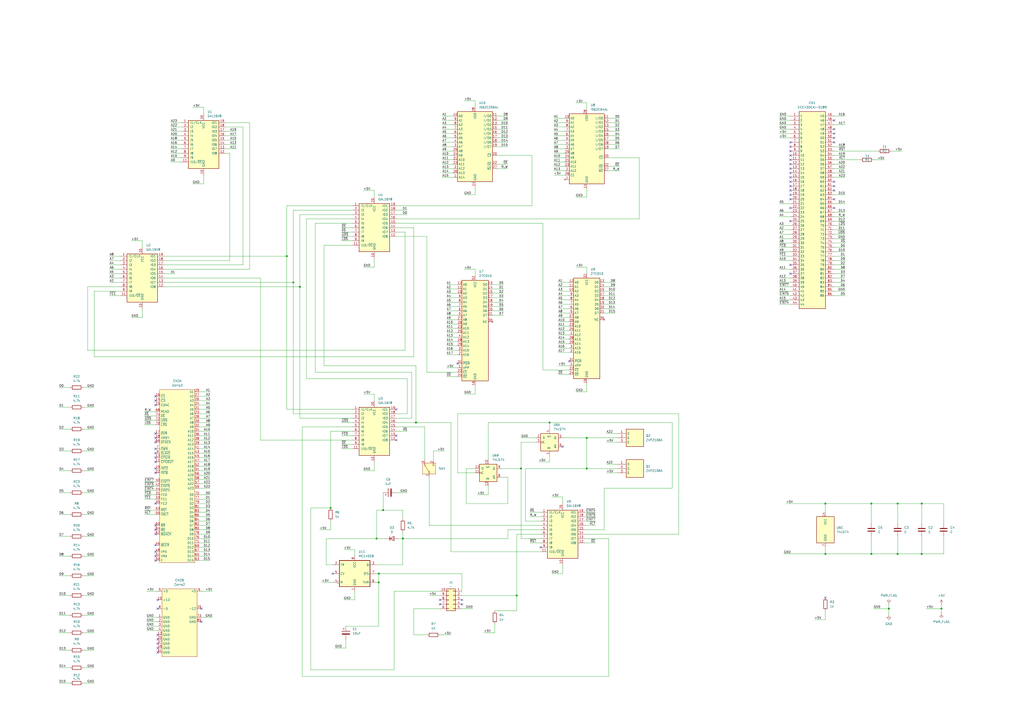
<source format=kicad_sch>
(kicad_sch (version 20231120) (generator "eeschema") (generator_version "8.0")
  (paper "A2")
  (title_block (title "Action Replay III remake") (date "2024-07-11") (comment 1 "By na103"))
  (junction (at 515.62 353.06))
  (junction (at 520.7 321.31))
  (junction (at 218.44 312.42))
  (junction (at 219.71 332.74))
  (junction (at 222.25 295.91))
  (junction (at 233.68 312.42))
  (junction (at 318.77 245.11))
  (junction (at 302.26 271.78))
  (junction (at 478.79 292.1))
  (junction (at 241.3 245.11))
  (junction (at 534.67 321.31))
  (junction (at 170.18 163.83))
  (junction (at 546.1 353.06))
  (junction (at 505.46 321.31))
  (junction (at 505.46 292.1))
  (junction (at 173.99 166.37))
  (junction (at 534.67 292.1))
  (junction (at 478.79 321.31))
  (junction (at 219.71 337.82))
  (junction (at 299.72 345.44))
  (junction (at 520.7 292.1))
  (junction (at 340.36 254))
  (junction (at 191.77 294.64))
  (junction (at 340.36 271.78))
  (junction (at 166.37 148.59))
  (no_connect (at 483.87 82.55))
  (no_connect (at 255.27 347.98))
  (no_connect (at 483.87 77.47))
  (no_connect (at 483.87 110.49))
  (no_connect (at 90.17 320.04))
  (no_connect (at 229.87 252.73))
  (no_connect (at 458.47 107.95))
  (no_connect (at 91.44 368.3))
  (no_connect (at 458.47 128.27))
  (no_connect (at 90.17 322.58))
  (no_connect (at 90.17 229.87))
  (no_connect (at 90.17 234.95))
  (no_connect (at 91.44 378.46))
  (no_connect (at 91.44 370.84))
  (no_connect (at 458.47 100.33))
  (no_connect (at 229.87 237.49))
  (no_connect (at 458.47 87.63))
  (no_connect (at 313.69 317.5))
  (no_connect (at 483.87 115.57))
  (no_connect (at 458.47 113.03))
  (no_connect (at 458.47 120.65))
  (no_connect (at 91.44 347.98))
  (no_connect (at 458.47 97.79))
  (no_connect (at 90.17 304.8))
  (no_connect (at 90.17 256.54))
  (no_connect (at 458.47 82.55))
  (no_connect (at 90.17 254))
  (no_connect (at 255.27 350.52))
  (no_connect (at 193.04 332.74))
  (no_connect (at 90.17 316.23))
  (no_connect (at 90.17 267.97))
  (no_connect (at 90.17 274.32))
  (no_connect (at 458.47 102.87))
  (no_connect (at 90.17 307.34))
  (no_connect (at 458.47 158.75))
  (no_connect (at 91.44 373.38))
  (no_connect (at 483.87 105.41))
  (no_connect (at 483.87 74.93))
  (no_connect (at 90.17 325.12))
  (no_connect (at 326.39 259.08))
  (no_connect (at 458.47 153.67))
  (no_connect (at 90.17 265.43))
  (no_connect (at 458.47 90.17))
  (no_connect (at 478.79 346.71))
  (no_connect (at 91.44 375.92))
  (no_connect (at 458.47 95.25))
  (no_connect (at 483.87 69.85))
  (no_connect (at 229.87 255.27))
  (no_connect (at 267.97 350.52))
  (no_connect (at 267.97 347.98))
  (no_connect (at 116.84 353.06))
  (no_connect (at 90.17 260.35))
  (no_connect (at 483.87 80.01))
  (no_connect (at 90.17 309.88))
  (no_connect (at 265.43 210.82))
  (no_connect (at 483.87 107.95))
  (no_connect (at 90.17 262.89))
  (no_connect (at 483.87 120.65))
  (no_connect (at 90.17 232.41))
  (no_connect (at 116.84 360.68))
  (no_connect (at 90.17 251.46))
  (no_connect (at 330.2 209.55))
  (no_connect (at 90.17 292.1))
  (no_connect (at 458.47 85.09))
  (no_connect (at 458.47 110.49))
  (no_connect (at 91.44 353.06))
  (no_connect (at 458.47 92.71))
  (no_connect (at 458.47 105.41))
  (no_connect (at 458.47 115.57))
  (no_connect (at 90.17 271.78))
  (wire (pts (xy 308.61 90.17) (xy 288.29 90.17)))
  (wire (pts (xy 198.12 257.81) (xy 204.47 257.81)))
  (wire (pts (xy 240.03 368.3) (xy 240.03 353.06)))
  (wire (pts (xy 452.12 163.83) (xy 458.47 163.83)))
  (wire (pts (xy 198.12 134.62) (xy 204.47 134.62)))
  (wire (pts (xy 133.35 151.13) (xy 133.35 88.9)))
  (wire (pts (xy 218.44 312.42) (xy 223.52 312.42)))
  (wire (pts (xy 34.29 273.05) (xy 40.64 273.05)))
  (wire (pts (xy 534.67 311.15) (xy 534.67 321.31)))
  (wire (pts (xy 121.92 234.95) (xy 115.57 234.95)))
  (wire (pts (xy 452.12 146.05) (xy 458.47 146.05)))
  (wire (pts (xy 452.12 140.97) (xy 458.47 140.97)))
  (wire (pts (xy 95.25 153.67) (xy 140.97 153.67)))
  (wire (pts (xy 83.82 289.56) (xy 90.17 289.56)))
  (wire (pts (xy 321.31 81.28) (xy 327.66 81.28)))
  (wire (pts (xy 259.08 165.1) (xy 265.43 165.1)))
  (wire (pts (xy 350.52 307.34) (xy 350.52 283.21)))
  (wire (pts (xy 326.39 288.29) (xy 326.39 292.1)))
  (wire (pts (xy 83.82 295.91) (xy 90.17 295.91)))
  (wire (pts (xy 99.06 83.82) (xy 105.41 83.82)))
  (wire (pts (xy 294.64 307.34) (xy 294.64 312.42)))
  (wire (pts (xy 83.82 284.48) (xy 90.17 284.48)))
  (wire (pts (xy 294.64 85.09) (xy 288.29 85.09)))
  (wire (pts (xy 217.17 267.97) (xy 217.17 273.05)))
  (wire (pts (xy 478.79 321.31) (xy 505.46 321.31)))
  (wire (pts (xy 345.44 314.96) (xy 339.09 314.96)))
  (wire (pts (xy 111.76 106.68) (xy 118.11 106.68)))
  (wire (pts (xy 490.22 140.97) (xy 483.87 140.97)))
  (wire (pts (xy 259.08 185.42) (xy 265.43 185.42)))
  (wire (pts (xy 95.25 151.13) (xy 133.35 151.13)))
  (wire (pts (xy 520.7 292.1) (xy 520.7 303.53)))
  (wire (pts (xy 513.08 92.71) (xy 506.73 92.71)))
  (wire (pts (xy 259.08 187.96) (xy 265.43 187.96)))
  (wire (pts (xy 265.43 274.32) (xy 275.59 274.32)))
  (wire (pts (xy 121.92 307.34) (xy 115.57 307.34)))
  (wire (pts (xy 85.09 358.14) (xy 91.44 358.14)))
  (wire (pts (xy 294.64 77.47) (xy 288.29 77.47)))
  (wire (pts (xy 121.92 273.05) (xy 115.57 273.05)))
  (wire (pts (xy 83.82 287.02) (xy 90.17 287.02)))
  (wire (pts (xy 173.99 166.37) (xy 173.99 242.57)))
  (wire (pts (xy 85.09 360.68) (xy 91.44 360.68)))
  (wire (pts (xy 323.85 163.83) (xy 330.2 163.83)))
  (wire (pts (xy 534.67 292.1) (xy 534.67 303.53)))
  (wire (pts (xy 318.77 245.11) (xy 318.77 248.92)))
  (wire (pts (xy 121.92 302.26) (xy 115.57 302.26)))
  (wire (pts (xy 121.92 317.5) (xy 115.57 317.5)))
  (wire (pts (xy 454.66 321.31) (xy 478.79 321.31)))
  (wire (pts (xy 292.1 170.18) (xy 285.75 170.18)))
  (wire (pts (xy 546.1 350.52) (xy 546.1 353.06)))
  (wire (pts (xy 452.12 176.53) (xy 458.47 176.53)))
  (wire (pts (xy 198.12 137.16) (xy 204.47 137.16)))
  (wire (pts (xy 121.92 260.35) (xy 115.57 260.35)))
  (wire (pts (xy 236.22 250.19) (xy 229.87 250.19)))
  (wire (pts (xy 99.06 76.2) (xy 105.41 76.2)))
  (wire (pts (xy 85.09 342.9) (xy 91.44 342.9)))
  (wire (pts (xy 314.96 214.63) (xy 314.96 129.54)))
  (wire (pts (xy 370.84 127) (xy 370.84 91.44)))
  (wire (pts (xy 247.65 368.3) (xy 240.03 368.3)))
  (wire (pts (xy 490.22 118.11) (xy 483.87 118.11)))
  (wire (pts (xy 350.52 283.21) (xy 389.89 283.21)))
  (wire (pts (xy 294.64 67.31) (xy 288.29 67.31)))
  (wire (pts (xy 210.82 228.6) (xy 217.17 228.6)))
  (wire (pts (xy 101.6 158.75) (xy 95.25 158.75)))
  (wire (pts (xy 229.87 132.08) (xy 240.03 132.08)))
  (wire (pts (xy 259.08 200.66) (xy 265.43 200.66)))
  (wire (pts (xy 256.54 85.09) (xy 262.89 85.09)))
  (wire (pts (xy 259.08 177.8) (xy 265.43 177.8)))
  (wire (pts (xy 259.08 170.18) (xy 265.43 170.18)))
  (wire (pts (xy 345.44 297.18) (xy 339.09 297.18)))
  (wire (pts (xy 490.22 146.05) (xy 483.87 146.05)))
  (wire (pts (xy 121.92 247.65) (xy 115.57 247.65)))
  (wire (pts (xy 50.8 203.2) (xy 50.8 166.37)))
  (wire (pts (xy 121.92 229.87) (xy 115.57 229.87)))
  (wire (pts (xy 95.25 161.29) (xy 151.13 161.29)))
  (wire (pts (xy 261.62 245.11) (xy 241.3 245.11)))
  (wire (pts (xy 205.74 318.77) (xy 205.74 322.58)))
  (wire (pts (xy 452.12 77.47) (xy 458.47 77.47)))
  (wire (pts (xy 256.54 82.55) (xy 262.89 82.55)))
  (wire (pts (xy 121.92 265.43) (xy 115.57 265.43)))
  (wire (pts (xy 313.69 312.42) (xy 302.26 312.42)))
  (wire (pts (xy 210.82 154.94) (xy 217.17 154.94)))
  (wire (pts (xy 63.5 161.29) (xy 69.85 161.29)))
  (wire (pts (xy 490.22 133.35) (xy 483.87 133.35)))
  (wire (pts (xy 292.1 165.1) (xy 285.75 165.1)))
  (wire (pts (xy 259.08 218.44) (xy 265.43 218.44)))
  (wire (pts (xy 236.22 124.46) (xy 229.87 124.46)))
  (wire (pts (xy 256.54 102.87) (xy 262.89 102.87)))
  (wire (pts (xy 356.87 181.61) (xy 350.52 181.61)))
  (wire (pts (xy 259.08 213.36) (xy 265.43 213.36)))
  (wire (pts (xy 294.64 95.25) (xy 288.29 95.25)))
  (wire (pts (xy 490.22 128.27) (xy 483.87 128.27)))
  (wire (pts (xy 261.62 368.3) (xy 255.27 368.3)))
  (wire (pts (xy 241.3 212.09) (xy 187.96 212.09)))
  (wire (pts (xy 452.12 148.59) (xy 458.47 148.59)))
  (wire (pts (xy 137.16 83.82) (xy 130.81 83.82)))
  (wire (pts (xy 34.29 298.45) (xy 40.64 298.45)))
  (wire (pts (xy 177.8 219.71) (xy 236.22 219.71)))
  (wire (pts (xy 452.12 72.39) (xy 458.47 72.39)))
  (wire (pts (xy 187.96 212.09) (xy 187.96 142.24)))
  (wire (pts (xy 99.06 81.28) (xy 105.41 81.28)))
  (wire (pts (xy 452.12 143.51) (xy 458.47 143.51)))
  (wire (pts (xy 248.92 276.86) (xy 248.92 304.8)))
  (wire (pts (xy 478.79 292.1) (xy 478.79 297.18)))
  (wire (pts (xy 452.12 133.35) (xy 458.47 133.35)))
  (wire (pts (xy 490.22 138.43) (xy 483.87 138.43)))
  (wire (pts (xy 256.54 100.33) (xy 262.89 100.33)))
  (wire (pts (xy 256.54 87.63) (xy 262.89 87.63)))
  (wire (pts (xy 256.54 69.85) (xy 262.89 69.85)))
  (wire (pts (xy 308.61 119.38) (xy 308.61 90.17)))
  (wire (pts (xy 121.92 245.11) (xy 115.57 245.11)))
  (wire (pts (xy 393.7 309.88) (xy 393.7 240.03)))
  (wire (pts (xy 353.06 392.43) (xy 175.26 392.43)))
  (wire (pts (xy 54.61 367.03) (xy 48.26 367.03)))
  (wire (pts (xy 217.17 110.49) (xy 217.17 114.3)))
  (wire (pts (xy 515.62 353.06) (xy 515.62 356.87)))
  (wire (pts (xy 267.97 353.06) (xy 274.32 353.06)))
  (wire (pts (xy 299.72 309.88) (xy 299.72 345.44)))
  (wire (pts (xy 302.26 256.54) (xy 311.15 256.54)))
  (wire (pts (xy 292.1 177.8) (xy 285.75 177.8)))
  (wire (pts (xy 490.22 171.45) (xy 483.87 171.45)))
  (wire (pts (xy 505.46 321.31) (xy 505.46 311.15)))
  (wire (pts (xy 222.25 285.75) (xy 222.25 295.91)))
  (wire (pts (xy 95.25 166.37) (xy 173.99 166.37)))
  (wire (pts (xy 292.1 180.34) (xy 285.75 180.34)))
  (wire (pts (xy 323.85 173.99) (xy 330.2 173.99)))
  (wire (pts (xy 236.22 285.75) (xy 229.87 285.75)))
  (wire (pts (xy 99.06 91.44) (xy 105.41 91.44)))
  (wire (pts (xy 54.61 248.92) (xy 48.26 248.92)))
  (wire (pts (xy 483.87 87.63) (xy 509.27 87.63)))
  (wire (pts (xy 210.82 110.49) (xy 217.17 110.49)))
  (wire (pts (xy 200.66 363.22) (xy 219.71 363.22)))
  (wire (pts (xy 546.1 353.06) (xy 546.1 355.6)))
  (wire (pts (xy 240.03 132.08) (xy 240.03 207.01)))
  (wire (pts (xy 233.68 308.61) (xy 233.68 312.42)))
  (wire (pts (xy 240.03 353.06) (xy 255.27 353.06)))
  (wire (pts (xy 351.79 269.24) (xy 358.14 269.24)))
  (wire (pts (xy 63.5 153.67) (xy 69.85 153.67)))
  (wire (pts (xy 389.89 245.11) (xy 318.77 245.11)))
  (wire (pts (xy 198.12 252.73) (xy 204.47 252.73)))
  (wire (pts (xy 452.12 80.01) (xy 458.47 80.01)))
  (wire (pts (xy 287.02 361.95) (xy 287.02 367.03)))
  (wire (pts (xy 321.31 93.98) (xy 327.66 93.98)))
  (wire (pts (xy 340.36 222.25) (xy 340.36 227.33)))
  (wire (pts (xy 321.31 96.52) (xy 327.66 96.52)))
  (wire (pts (xy 356.87 163.83) (xy 350.52 163.83)))
  (wire (pts (xy 85.09 365.76) (xy 91.44 365.76)))
  (wire (pts (xy 118.11 62.23) (xy 118.11 66.04)))
  (wire (pts (xy 218.44 327.66) (xy 233.68 327.66)))
  (wire (pts (xy 229.87 137.16) (xy 247.65 137.16)))
  (wire (pts (xy 210.82 273.05) (xy 217.17 273.05)))
  (wire (pts (xy 321.31 91.44) (xy 327.66 91.44)))
  (wire (pts (xy 323.85 191.77) (xy 330.2 191.77)))
  (wire (pts (xy 323.85 217.17) (xy 330.2 217.17)))
  (wire (pts (xy 302.26 312.42) (xy 302.26 271.78)))
  (wire (pts (xy 121.92 320.04) (xy 115.57 320.04)))
  (wire (pts (xy 54.61 273.05) (xy 48.26 273.05)))
  (wire (pts (xy 259.08 167.64) (xy 265.43 167.64)))
  (wire (pts (xy 490.22 102.87) (xy 483.87 102.87)))
  (wire (pts (xy 259.08 193.04) (xy 265.43 193.04)))
  (wire (pts (xy 182.88 215.9) (xy 238.76 215.9)))
  (wire (pts (xy 505.46 321.31) (xy 520.7 321.31)))
  (wire (pts (xy 238.76 242.57) (xy 229.87 242.57)))
  (wire (pts (xy 267.97 345.44) (xy 299.72 345.44)))
  (wire (pts (xy 339.09 307.34) (xy 350.52 307.34)))
  (wire (pts (xy 180.34 294.64) (xy 191.77 294.64)))
  (wire (pts (xy 452.12 69.85) (xy 458.47 69.85)))
  (wire (pts (xy 191.77 250.19) (xy 191.77 294.64)))
  (wire (pts (xy 259.08 172.72) (xy 265.43 172.72)))
  (wire (pts (xy 95.25 156.21) (xy 144.78 156.21)))
  (wire (pts (xy 290.83 276.86) (xy 294.64 276.86)))
  (wire (pts (xy 270.51 271.78) (xy 275.59 271.78)))
  (wire (pts (xy 275.59 107.95) (xy 275.59 113.03)))
  (wire (pts (xy 323.85 179.07) (xy 330.2 179.07)))
  (wire (pts (xy 275.59 58.42) (xy 275.59 62.23)))
  (wire (pts (xy 452.12 156.21) (xy 458.47 156.21)))
  (wire (pts (xy 218.44 312.42) (xy 189.23 312.42)))
  (wire (pts (xy 345.44 302.26) (xy 339.09 302.26)))
  (wire (pts (xy 490.22 100.33) (xy 483.87 100.33)))
  (wire (pts (xy 54.61 168.91) (xy 69.85 168.91)))
  (wire (pts (xy 534.67 321.31) (xy 520.7 321.31)))
  (wire (pts (xy 323.85 181.61) (xy 330.2 181.61)))
  (wire (pts (xy 151.13 255.27) (xy 204.47 255.27)))
  (wire (pts (xy 121.92 278.13) (xy 115.57 278.13)))
  (wire (pts (xy 54.61 387.35) (xy 48.26 387.35)))
  (wire (pts (xy 490.22 168.91) (xy 483.87 168.91)))
  (wire (pts (xy 177.8 127) (xy 177.8 219.71)))
  (wire (pts (xy 34.29 356.87) (xy 40.64 356.87)))
  (wire (pts (xy 302.26 271.78) (xy 302.26 256.54)))
  (wire (pts (xy 83.82 246.38) (xy 90.17 246.38)))
  (wire (pts (xy 248.92 304.8) (xy 313.69 304.8)))
  (wire (pts (xy 490.22 97.79) (xy 483.87 97.79)))
  (wire (pts (xy 34.29 387.35) (xy 40.64 387.35)))
  (wire (pts (xy 82.55 179.07) (xy 82.55 184.15)))
  (wire (pts (xy 452.12 130.81) (xy 458.47 130.81)))
  (wire (pts (xy 356.87 176.53) (xy 350.52 176.53)))
  (wire (pts (xy 54.61 356.87) (xy 48.26 356.87)))
  (wire (pts (xy 307.34 299.72) (xy 313.69 299.72)))
  (wire (pts (xy 99.06 86.36) (xy 105.41 86.36)))
  (wire (pts (xy 63.5 148.59) (xy 69.85 148.59)))
  (wire (pts (xy 334.01 59.69) (xy 340.36 59.69)))
  (wire (pts (xy 205.74 342.9) (xy 205.74 347.98)))
  (wire (pts (xy 294.64 82.55) (xy 288.29 82.55)))
  (wire (pts (xy 204.47 121.92) (xy 170.18 121.92)))
  (wire (pts (xy 121.92 287.02) (xy 115.57 287.02)))
  (wire (pts (xy 229.87 247.65) (xy 246.38 247.65)))
  (wire (pts (xy 452.12 161.29) (xy 458.47 161.29)))
  (wire (pts (xy 251.46 266.7) (xy 251.46 261.62)))
  (wire (pts (xy 217.17 149.86) (xy 217.17 154.94)))
  (wire (pts (xy 490.22 72.39) (xy 483.87 72.39)))
  (wire (pts (xy 248.92 345.44) (xy 255.27 345.44)))
  (wire (pts (xy 523.24 87.63) (xy 516.89 87.63)))
  (wire (pts (xy 121.92 270.51) (xy 115.57 270.51)))
  (wire (pts (xy 302.26 254) (xy 311.15 254)))
  (wire (pts (xy 137.16 86.36) (xy 130.81 86.36)))
  (wire (pts (xy 323.85 189.23) (xy 330.2 189.23)))
  (wire (pts (xy 218.44 337.82) (xy 219.71 337.82)))
  (wire (pts (xy 121.92 257.81) (xy 115.57 257.81)))
  (wire (pts (xy 76.2 139.7) (xy 82.55 139.7)))
  (wire (pts (xy 54.61 334.01) (xy 48.26 334.01)))
  (wire (pts (xy 121.92 237.49) (xy 115.57 237.49)))
  (wire (pts (xy 323.85 186.69) (xy 330.2 186.69)))
  (wire (pts (xy 334.01 227.33) (xy 340.36 227.33)))
  (wire (pts (xy 313.69 307.34) (xy 294.64 307.34)))
  (wire (pts (xy 359.41 81.28) (xy 353.06 81.28)))
  (wire (pts (xy 340.36 109.22) (xy 340.36 114.3)))
  (wire (pts (xy 359.41 83.82) (xy 353.06 83.82)))
  (wire (pts (xy 452.12 67.31) (xy 458.47 67.31)))
  (wire (pts (xy 173.99 242.57) (xy 204.47 242.57)))
  (wire (pts (xy 534.67 292.1) (xy 547.37 292.1)))
  (wire (pts (xy 82.55 139.7) (xy 82.55 143.51)))
  (wire (pts (xy 170.18 163.83) (xy 170.18 240.03)))
  (wire (pts (xy 34.29 261.62) (xy 40.64 261.62)))
  (wire (pts (xy 121.92 252.73) (xy 115.57 252.73)))
  (wire (pts (xy 294.64 69.85) (xy 288.29 69.85)))
  (wire (pts (xy 294.64 97.79) (xy 288.29 97.79)))
  (wire (pts (xy 151.13 161.29) (xy 151.13 255.27)))
  (wire (pts (xy 121.92 294.64) (xy 115.57 294.64)))
  (wire (pts (xy 318.77 264.16) (xy 318.77 267.97)))
  (wire (pts (xy 85.09 363.22) (xy 91.44 363.22)))
  (wire (pts (xy 137.16 76.2) (xy 130.81 76.2)))
  (wire (pts (xy 54.61 298.45) (xy 48.26 298.45)))
  (wire (pts (xy 270.51 292.1) (xy 270.51 271.78)))
  (wire (pts (xy 294.64 292.1) (xy 270.51 292.1)))
  (wire (pts (xy 330.2 214.63) (xy 314.96 214.63)))
  (wire (pts (xy 233.68 312.42) (xy 294.64 312.42)))
  (wire (pts (xy 198.12 132.08) (xy 204.47 132.08)))
  (wire (pts (xy 334.01 114.3) (xy 340.36 114.3)))
  (wire (pts (xy 506.73 353.06) (xy 515.62 353.06)))
  (wire (pts (xy 50.8 166.37) (xy 69.85 166.37)))
  (wire (pts (xy 275.59 223.52) (xy 275.59 228.6)))
  (wire (pts (xy 121.92 299.72) (xy 115.57 299.72)))
  (wire (pts (xy 490.22 156.21) (xy 483.87 156.21)))
  (wire (pts (xy 256.54 77.47) (xy 262.89 77.47)))
  (wire (pts (xy 123.19 342.9) (xy 116.84 342.9)))
  (wire (pts (xy 292.1 182.88) (xy 285.75 182.88)))
  (wire (pts (xy 323.85 194.31) (xy 330.2 194.31)))
  (wire (pts (xy 256.54 90.17) (xy 262.89 90.17)))
  (wire (pts (xy 54.61 322.58) (xy 48.26 322.58)))
  (wire (pts (xy 267.97 332.74) (xy 219.71 332.74)))
  (wire (pts (xy 34.29 345.44) (xy 40.64 345.44)))
  (wire (pts (xy 490.22 151.13) (xy 483.87 151.13)))
  (wire (pts (xy 233.68 300.99) (xy 233.68 295.91)))
  (wire (pts (xy 121.92 240.03) (xy 115.57 240.03)))
  (wire (pts (xy 323.85 176.53) (xy 330.2 176.53)))
  (wire (pts (xy 121.92 322.58) (xy 115.57 322.58)))
  (wire (pts (xy 166.37 119.38) (xy 204.47 119.38)))
  (wire (pts (xy 259.08 190.5) (xy 265.43 190.5)))
  (wire (pts (xy 54.61 377.19) (xy 48.26 377.19)))
  (wire (pts (xy 323.85 168.91) (xy 330.2 168.91)))
  (wire (pts (xy 198.12 260.35) (xy 204.47 260.35)))
  (wire (pts (xy 283.21 266.7) (xy 283.21 245.11)))
  (wire (pts (xy 389.89 283.21) (xy 389.89 245.11)))
  (wire (pts (xy 121.92 242.57) (xy 115.57 242.57)))
  (wire (pts (xy 537.21 353.06) (xy 546.1 353.06)))
  (wire (pts (xy 137.16 78.74) (xy 130.81 78.74)))
  (wire (pts (xy 54.61 345.44) (xy 48.26 345.44)))
  (wire (pts (xy 326.39 327.66) (xy 326.39 332.74)))
  (wire (pts (xy 307.34 314.96) (xy 313.69 314.96)))
  (wire (pts (xy 323.85 166.37) (xy 330.2 166.37)))
  (wire (pts (xy 452.12 151.13) (xy 458.47 151.13)))
  (wire (pts (xy 345.44 304.8) (xy 339.09 304.8)))
  (wire (pts (xy 490.22 148.59) (xy 483.87 148.59)))
  (wire (pts (xy 121.92 325.12) (xy 115.57 325.12)))
  (wire (pts (xy 228.6 342.9) (xy 255.27 342.9)))
  (wire (pts (xy 452.12 173.99) (xy 458.47 173.99)))
  (wire (pts (xy 166.37 119.38) (xy 166.37 148.59)))
  (wire (pts (xy 359.41 78.74) (xy 353.06 78.74)))
  (wire (pts (xy 217.17 228.6) (xy 217.17 232.41)))
  (wire (pts (xy 312.42 267.97) (xy 318.77 267.97)))
  (wire (pts (xy 198.12 245.11) (xy 204.47 245.11)))
  (wire (pts (xy 238.76 215.9) (xy 238.76 242.57)))
  (wire (pts (xy 219.71 337.82) (xy 219.71 363.22)))
  (wire (pts (xy 54.61 236.22) (xy 48.26 236.22)))
  (wire (pts (xy 452.12 171.45) (xy 458.47 171.45)))
  (wire (pts (xy 166.37 148.59) (xy 166.37 237.49)))
  (wire (pts (xy 314.96 129.54) (xy 229.87 129.54)))
  (wire (pts (xy 218.44 295.91) (xy 218.44 312.42)))
  (wire (pts (xy 140.97 73.66) (xy 130.81 73.66)))
  (wire (pts (xy 339.09 312.42) (xy 353.06 312.42)))
  (wire (pts (xy 359.41 99.06) (xy 353.06 99.06)))
  (wire (pts (xy 180.34 388.62) (xy 180.34 294.64)))
  (wire (pts (xy 323.85 201.93) (xy 330.2 201.93)))
  (wire (pts (xy 321.31 99.06) (xy 327.66 99.06)))
  (wire (pts (xy 63.5 171.45) (xy 69.85 171.45)))
  (wire (pts (xy 259.08 203.2) (xy 265.43 203.2)))
  (wire (pts (xy 256.54 72.39) (xy 262.89 72.39)))
  (wire (pts (xy 269.24 156.21) (xy 275.59 156.21)))
  (wire (pts (xy 175.26 247.65) (xy 204.47 247.65)))
  (wire (pts (xy 370.84 91.44) (xy 353.06 91.44)))
  (wire (pts (xy 99.06 93.98) (xy 105.41 93.98)))
  (wire (pts (xy 505.46 292.1) (xy 505.46 303.53)))
  (wire (pts (xy 256.54 74.93) (xy 262.89 74.93)))
  (wire (pts (xy 351.79 256.54) (xy 358.14 256.54)))
  (wire (pts (xy 121.92 227.33) (xy 115.57 227.33)))
  (wire (pts (xy 199.39 318.77) (xy 205.74 318.77)))
  (wire (pts (xy 321.31 88.9) (xy 327.66 88.9)))
  (wire (pts (xy 323.85 204.47) (xy 330.2 204.47)))
  (wire (pts (xy 313.69 302.26) (xy 304.8 302.26)))
  (wire (pts (xy 269.24 58.42) (xy 275.59 58.42)))
  (wire (pts (xy 452.12 166.37) (xy 458.47 166.37)))
  (wire (pts (xy 547.37 321.31) (xy 534.67 321.31)))
  (wire (pts (xy 121.92 289.56) (xy 115.57 289.56)))
  (wire (pts (xy 83.82 238.76) (xy 90.17 238.76)))
  (wire (pts (xy 321.31 71.12) (xy 327.66 71.12)))
  (wire (pts (xy 95.25 163.83) (xy 170.18 163.83)))
  (wire (pts (xy 490.22 113.03) (xy 483.87 113.03)))
  (wire (pts (xy 133.35 88.9) (xy 130.81 88.9)))
  (wire (pts (xy 121.92 280.67) (xy 115.57 280.67)))
  (wire (pts (xy 111.76 62.23) (xy 118.11 62.23)))
  (wire (pts (xy 186.69 337.82) (xy 193.04 337.82)))
  (wire (pts (xy 490.22 125.73) (xy 483.87 125.73)))
  (wire (pts (xy 299.72 354.33) (xy 287.02 354.33)))
  (wire (pts (xy 265.43 240.03) (xy 265.43 274.32)))
  (wire (pts (xy 299.72 345.44) (xy 299.72 354.33)))
  (wire (pts (xy 240.03 207.01) (xy 54.61 207.01)))
  (wire (pts (xy 54.61 207.01) (xy 54.61 168.91)))
  (wire (pts (xy 228.6 342.9) (xy 228.6 388.62)))
  (wire (pts (xy 83.82 241.3) (xy 90.17 241.3)))
  (wire (pts (xy 204.47 127) (xy 177.8 127)))
  (wire (pts (xy 191.77 302.26) (xy 191.77 307.34)))
  (wire (pts (xy 99.06 71.12) (xy 105.41 71.12)))
  (wire (pts (xy 359.41 96.52) (xy 353.06 96.52)))
  (wire (pts (xy 118.11 101.6) (xy 118.11 106.68)))
  (wire (pts (xy 121.92 304.8) (xy 115.57 304.8)))
  (wire (pts (xy 83.82 298.45) (xy 90.17 298.45)))
  (wire (pts (xy 233.68 295.91) (xy 222.25 295.91)))
  (wire (pts (xy 34.29 377.19) (xy 40.64 377.19)))
  (wire (pts (xy 182.88 129.54) (xy 182.88 215.9)))
  (wire (pts (xy 34.29 224.79) (xy 40.64 224.79)))
  (wire (pts (xy 204.47 250.19) (xy 191.77 250.19)))
  (wire (pts (xy 198.12 139.7) (xy 204.47 139.7)))
  (wire (pts (xy 234.95 203.2) (xy 50.8 203.2)))
  (wire (pts (xy 259.08 182.88) (xy 265.43 182.88)))
  (wire (pts (xy 294.64 80.01) (xy 288.29 80.01)))
  (wire (pts (xy 121.92 283.21) (xy 115.57 283.21)))
  (wire (pts (xy 247.65 137.16) (xy 247.65 215.9)))
  (wire (pts (xy 166.37 237.49) (xy 204.47 237.49)))
  (wire (pts (xy 490.22 166.37) (xy 483.87 166.37)))
  (wire (pts (xy 547.37 311.15) (xy 547.37 321.31)))
  (wire (pts (xy 455.93 292.1) (xy 478.79 292.1)))
  (wire (pts (xy 34.29 285.75) (xy 40.64 285.75)))
  (wire (pts (xy 63.5 158.75) (xy 69.85 158.75)))
  (wire (pts (xy 340.36 271.78) (xy 340.36 254)))
  (wire (pts (xy 452.12 138.43) (xy 458.47 138.43)))
  (wire (pts (xy 247.65 215.9) (xy 265.43 215.9)))
  (wire (pts (xy 490.22 130.81) (xy 483.87 130.81)))
  (wire (pts (xy 452.12 74.93) (xy 458.47 74.93)))
  (wire (pts (xy 144.78 71.12) (xy 130.81 71.12)))
  (wire (pts (xy 34.29 322.58) (xy 40.64 322.58)))
  (wire (pts (xy 452.12 118.11) (xy 458.47 118.11)))
  (wire (pts (xy 452.12 135.89) (xy 458.47 135.89)))
  (wire (pts (xy 121.92 255.27) (xy 115.57 255.27)))
  (wire (pts (xy 123.19 358.14) (xy 116.84 358.14)))
  (wire (pts (xy 283.21 281.94) (xy 283.21 287.02)))
  (wire (pts (xy 490.22 95.25) (xy 483.87 95.25)))
  (wire (pts (xy 261.62 245.11) (xy 261.62 320.04)))
  (wire (pts (xy 292.1 172.72) (xy 285.75 172.72)))
  (wire (pts (xy 236.22 121.92) (xy 229.87 121.92)))
  (wire (pts (xy 229.87 119.38) (xy 308.61 119.38)))
  (wire (pts (xy 356.87 179.07) (xy 350.52 179.07)))
  (wire (pts (xy 83.82 279.4) (xy 90.17 279.4)))
  (wire (pts (xy 490.22 163.83) (xy 483.87 163.83)))
  (wire (pts (xy 307.34 297.18) (xy 313.69 297.18)))
  (wire (pts (xy 520.7 321.31) (xy 520.7 311.15)))
  (wire (pts (xy 228.6 388.62) (xy 180.34 388.62)))
  (wire (pts (xy 194.31 375.92) (xy 200.66 375.92)))
  (wire (pts (xy 520.7 292.1) (xy 534.67 292.1)))
  (wire (pts (xy 339.09 309.88) (xy 393.7 309.88)))
  (wire (pts (xy 246.38 247.65) (xy 246.38 266.7)))
  (wire (pts (xy 204.47 129.54) (xy 182.88 129.54)))
  (wire (pts (xy 144.78 156.21) (xy 144.78 71.12)))
  (wire (pts (xy 229.87 245.11) (xy 241.3 245.11)))
  (wire (pts (xy 452.12 168.91) (xy 458.47 168.91)))
  (wire (pts (xy 256.54 67.31) (xy 262.89 67.31)))
  (wire (pts (xy 359.41 76.2) (xy 353.06 76.2)))
  (wire (pts (xy 83.82 281.94) (xy 90.17 281.94)))
  (wire (pts (xy 323.85 196.85) (xy 330.2 196.85)))
  (wire (pts (xy 199.39 347.98) (xy 205.74 347.98)))
  (wire (pts (xy 256.54 80.01) (xy 262.89 80.01)))
  (wire (pts (xy 189.23 312.42) (xy 189.23 327.66)))
  (wire (pts (xy 505.46 292.1) (xy 520.7 292.1)))
  (wire (pts (xy 393.7 240.03) (xy 265.43 240.03)))
  (wire (pts (xy 259.08 195.58) (xy 265.43 195.58)))
  (wire (pts (xy 261.62 320.04) (xy 313.69 320.04)))
  (wire (pts (xy 34.29 367.03) (xy 40.64 367.03)))
  (wire (pts (xy 351.79 274.32) (xy 358.14 274.32)))
  (wire (pts (xy 121.92 312.42) (xy 115.57 312.42)))
  (wire (pts (xy 231.14 312.42) (xy 233.68 312.42)))
  (wire (pts (xy 313.69 309.88) (xy 299.72 309.88)))
  (wire (pts (xy 229.87 127) (xy 370.84 127)))
  (wire (pts (xy 259.08 205.74) (xy 265.43 205.74)))
  (wire (pts (xy 54.61 285.75) (xy 48.26 285.75)))
  (wire (pts (xy 34.29 334.01) (xy 40.64 334.01)))
  (wire (pts (xy 321.31 83.82) (xy 327.66 83.82)))
  (wire (pts (xy 267.97 342.9) (xy 267.97 332.74)))
  (wire (pts (xy 292.1 175.26) (xy 285.75 175.26)))
  (wire (pts (xy 218.44 332.74) (xy 219.71 332.74)))
  (wire (pts (xy 356.87 171.45) (xy 350.52 171.45)))
  (wire (pts (xy 276.86 287.02) (xy 283.21 287.02)))
  (wire (pts (xy 189.23 327.66) (xy 193.04 327.66)))
  (wire (pts (xy 353.06 312.42) (xy 353.06 392.43)))
  (wire (pts (xy 175.26 392.43) (xy 175.26 247.65)))
  (wire (pts (xy 472.44 359.41) (xy 478.79 359.41)))
  (wire (pts (xy 304.8 302.26) (xy 304.8 271.78)))
  (wire (pts (xy 76.2 184.15) (xy 82.55 184.15)))
  (wire (pts (xy 283.21 245.11) (xy 318.77 245.11)))
  (wire (pts (xy 345.44 299.72) (xy 339.09 299.72)))
  (wire (pts (xy 323.85 171.45) (xy 330.2 171.45)))
  (wire (pts (xy 185.42 307.34) (xy 191.77 307.34)))
  (wire (pts (xy 187.96 142.24) (xy 204.47 142.24)))
  (wire (pts (xy 452.12 125.73) (xy 458.47 125.73)))
  (wire (pts (xy 222.25 295.91) (xy 218.44 295.91)))
  (wire (pts (xy 121.92 275.59) (xy 115.57 275.59)))
  (wire (pts (xy 170.18 121.92) (xy 170.18 163.83)))
  (wire (pts (xy 490.22 135.89) (xy 483.87 135.89)))
  (wire (pts (xy 294.64 72.39) (xy 288.29 72.39)))
  (wire (pts (xy 515.62 350.52) (xy 515.62 353.06)))
  (wire (pts (xy 340.36 59.69) (xy 340.36 63.5)))
  (wire (pts (xy 275.59 156.21) (xy 275.59 160.02)))
  (wire (pts (xy 236.22 219.71) (xy 236.22 240.03)))
  (wire (pts (xy 236.22 240.03) (xy 229.87 240.03)))
  (wire (pts (xy 63.5 163.83) (xy 69.85 163.83)))
  (wire (pts (xy 294.64 276.86) (xy 294.64 292.1)))
  (wire (pts (xy 356.87 173.99) (xy 350.52 173.99)))
  (wire (pts (xy 292.1 167.64) (xy 285.75 167.64)))
  (wire (pts (xy 173.99 124.46) (xy 173.99 166.37)))
  (wire (pts (xy 259.08 198.12) (xy 265.43 198.12)))
  (wire (pts (xy 320.04 332.74) (xy 326.39 332.74)))
  (wire (pts (xy 259.08 175.26) (xy 265.43 175.26)))
  (wire (pts (xy 269.24 228.6) (xy 275.59 228.6)))
  (wire (pts (xy 269.24 113.03) (xy 275.59 113.03)))
  (wire (pts (xy 95.25 148.59) (xy 166.37 148.59)))
  (wire (pts (xy 340.36 271.78) (xy 358.14 271.78)))
  (wire (pts (xy 323.85 184.15) (xy 330.2 184.15)))
  (wire (pts (xy 340.36 154.94) (xy 340.36 158.75)))
  (wire (pts (xy 323.85 199.39) (xy 330.2 199.39)))
  (wire (pts (xy 256.54 92.71) (xy 262.89 92.71)))
  (wire (pts (xy 121.92 292.1) (xy 115.57 292.1)))
  (wire (pts (xy 478.79 292.1) (xy 505.46 292.1)))
  (wire (pts (xy 490.22 161.29) (xy 483.87 161.29)))
  (wire (pts (xy 290.83 271.78) (xy 302.26 271.78)))
  (wire (pts (xy 321.31 68.58) (xy 327.66 68.58)))
  (wire (pts (xy 490.22 158.75) (xy 483.87 158.75)))
  (wire (pts (xy 234.95 134.62) (xy 234.95 203.2)))
  (wire (pts (xy 99.06 78.74) (xy 105.41 78.74)))
  (wire (pts (xy 490.22 85.09) (xy 483.87 85.09)))
  (wire (pts (xy 137.16 81.28) (xy 130.81 81.28)))
  (wire (pts (xy 121.92 297.18) (xy 115.57 297.18)))
  (wire (pts (xy 326.39 254) (xy 340.36 254)))
  (wire (pts (xy 359.41 68.58) (xy 353.06 68.58)))
  (wire (pts (xy 490.22 67.31) (xy 483.87 67.31)))
  (wire (pts (xy 478.79 321.31) (xy 478.79 317.5)))
  (wire (pts (xy 200.66 370.84) (xy 200.66 375.92)))
  (wire (pts (xy 34.29 248.92) (xy 40.64 248.92)))
  (wire (pts (xy 34.29 236.22) (xy 40.64 236.22)))
  (wire (pts (xy 229.87 134.62) (xy 234.95 134.62)))
  (wire (pts (xy 490.22 123.19) (xy 483.87 123.19)))
  (wire (pts (xy 121.92 232.41) (xy 115.57 232.41)))
  (wire (pts (xy 54.61 261.62) (xy 48.26 261.62)))
  (wire (pts (xy 54.61 311.15) (xy 48.26 311.15)))
  (wire (pts (xy 483.87 92.71) (xy 499.11 92.71)))
  (wire (pts (xy 140.97 153.67) (xy 140.97 73.66)))
  (wire (pts (xy 121.92 309.88) (xy 115.57 309.88)))
  (wire (pts (xy 359.41 71.12) (xy 353.06 71.12)))
  (wire (pts (xy 99.06 73.66) (xy 105.41 73.66)))
  (wire (pts (xy 280.67 367.03) (xy 287.02 367.03)))
  (wire (pts (xy 356.87 166.37) (xy 350.52 166.37)))
  (wire (pts (xy 304.8 271.78) (xy 340.36 271.78)))
  (wire (pts (xy 490.22 90.17) (xy 483.87 90.17)))
  (wire (pts (xy 356.87 168.91) (xy 350.52 168.91)))
  (wire (pts (xy 241.3 245.11) (xy 241.3 212.09)))
  (wire (pts (xy 99.06 88.9) (xy 105.41 88.9)))
  (wire (pts (xy 233.68 327.66) (xy 233.68 312.42)))
  (wire (pts (xy 478.79 354.33) (xy 478.79 359.41)))
  (wire (pts (xy 321.31 101.6) (xy 327.66 101.6)))
  (wire (pts (xy 340.36 254) (xy 358.14 254)))
  (wire (pts (xy 321.31 78.74) (xy 327.66 78.74)))
  (wire (pts (xy 257.81 261.62) (xy 251.46 261.62)))
  (wire (pts (xy 121.92 267.97) (xy 115.57 267.97)))
  (wire (pts (xy 321.31 73.66) (xy 327.66 73.66)))
  (wire (pts (xy 121.92 262.89) (xy 115.57 262.89)))
  (wire (pts (xy 452.12 123.19) (xy 458.47 123.19)))
  (wire (pts (xy 321.31 76.2) (xy 327.66 76.2)))
  (wire (pts (xy 121.92 314.96) (xy 115.57 314.96)))
  (wire (pts (xy 54.61 224.79) (xy 48.26 224.79)))
  (wire (pts (xy 359.41 73.66) (xy 353.06 73.66)))
  (wire (pts (xy 490.22 153.67) (xy 483.87 153.67)))
  (wire (pts (xy 490.22 143.51) (xy 483.87 143.51)))
  (wire (pts (xy 294.64 74.93) (xy 288.29 74.93)))
  (wire (pts (xy 63.5 156.21) (xy 69.85 156.21)))
  (wire (pts (xy 204.47 124.46) (xy 173.99 124.46)))
  (wire (pts (xy 83.82 243.84) (xy 90.17 243.84)))
  (wire (pts (xy 170.18 240.03) (xy 204.47 240.03)))
  (wire (pts (xy 547.37 292.1) (xy 547.37 303.53)))
  (wire (pts (xy 351.79 251.46) (xy 358.14 251.46)))
  (wire (pts (xy 219.71 332.74) (xy 219.71 337.82)))
  (wire (pts (xy 54.61 396.24) (xy 48.26 396.24)))
  (wire (pts (xy 334.01 154.94) (xy 340.36 154.94)))
  (wire (pts (xy 359.41 86.36) (xy 353.06 86.36)))
  (wire (pts (xy 323.85 212.09) (xy 330.2 212.09)))
  (wire (pts (xy 256.54 95.25) (xy 262.89 95.25)))
  (wire (pts (xy 121.92 250.19) (xy 115.57 250.19)))
  (wire (pts (xy 34.29 396.24) (xy 40.64 396.24)))
  (wire (pts (xy 256.54 97.79) (xy 262.89 97.79)))
  (wire (pts (xy 63.5 151.13) (xy 69.85 151.13)))
  (wire (pts (xy 259.08 180.34) (xy 265.43 180.34)))
  (wire (pts (xy 34.29 311.15) (xy 40.64 311.15)))
  (wire (pts (xy 321.31 86.36) (xy 327.66 86.36)))
  (wire (pts (xy 320.04 288.29) (xy 326.39 288.29)))
  (label "A11" (at 256.54 92.71 0))
  (label "D5" (at 34.29 285.75 0))
  (label "A13" (at 137.16 83.82 180))
  (label "D11" (at 490.22 133.35 180))
  (label "+5V" (at 111.76 62.23 0))
  (label "+5V" (at 185.42 307.34 0))
  (label "A15" (at 452.12 173.99 0))
  (label "A21" (at 121.92 278.13 180))
  (label "A16" (at 323.85 201.93 0))
  (label "D2" (at 359.41 73.66 180))
  (label "+5V" (at 261.62 368.3 180))
  (label "A3" (at 321.31 73.66 0))
  (label "D12" (at 294.64 77.47 180))
  (label "~{RST}" (at 83.82 295.91 0))
  (label "A4" (at 323.85 171.45 0))
  (label "~{FC0}" (at 452.12 143.51 0))
  (label "D4" (at 490.22 163.83 180))
  (label "+5V" (at 210.82 228.6 0))
  (label "A14" (at 323.85 196.85 0))
  (label "D1" (at 359.41 71.12 180))
  (label "A6" (at 452.12 123.19 0))
  (label "D9" (at 490.22 151.13 180))
  (label "A13" (at 259.08 195.58 0))
  (label "~{EINT5}" (at 345.44 299.72 180))
  (label "A15" (at 256.54 102.87 0))
  (label "~{UDS}" (at 83.82 243.84 0))
  (label "GND" (at 454.66 321.31 0))
  (label "D1" (at 236.22 121.92 180))
  (label "GND" (at 320.04 332.74 0))
  (label "~{EINT7}" (at 452.12 166.37 0))
  (label "+5V" (at 334.01 59.69 0))
  (label "~{UDS}" (at 490.22 135.89 180))
  (label "R_W" (at 359.41 99.06 180))
  (label "D15" (at 121.92 325.12 180))
  (label "~{OE}" (at 294.64 95.25 180))
  (label "GND" (at 274.32 353.06 180))
  (label "~{FC0}" (at 83.82 287.02 0))
  (label "D7" (at 359.41 86.36 180))
  (label "A3" (at 452.12 130.81 0))
  (label "A10" (at 256.54 90.17 0))
  (label "A7" (at 256.54 82.55 0))
  (label "D13" (at 121.92 320.04 180))
  (label "A2" (at 321.31 71.12 0))
  (label "GND" (at 194.31 375.92 0))
  (label "GND" (at 54.61 345.44 180))
  (label "GND" (at 54.61 377.19 180))
  (label "D1" (at 34.29 236.22 0))
  (label "A13" (at 256.54 97.79 0))
  (label "A5" (at 121.92 237.49 180))
  (label "D14" (at 490.22 118.11 180))
  (label "+5V" (at 280.67 367.03 0))
  (label "+5V" (at 85.09 342.9 0))
  (label "A11" (at 121.92 252.73 180))
  (label "A22" (at 351.79 269.24 0))
  (label "A7" (at 121.92 242.57 180))
  (label "A7" (at 452.12 135.89 0))
  (label "~{AS}" (at 236.22 250.19 180))
  (label "D2" (at 292.1 170.18 180))
  (label "D3" (at 359.41 76.2 180))
  (label "~{RST}" (at 490.22 87.63 180))
  (label "A20" (at 99.06 78.74 0))
  (label "A5" (at 452.12 118.11 0))
  (label "A2" (at 121.92 229.87 180))
  (label "A18" (at 99.06 81.28 0))
  (label "A17" (at 323.85 204.47 0))
  (label "D0" (at 292.1 165.1 180))
  (label "A20" (at 490.22 95.25 180))
  (label "A8" (at 323.85 181.61 0))
  (label "A14" (at 256.54 100.33 0))
  (label "GND" (at 269.24 113.03 0))
  (label "A7" (at 323.85 179.07 0))
  (label "+5V" (at 321.31 101.6 0))
  (label "+5V" (at 276.86 287.02 0))
  (label "A16" (at 99.06 83.82 0))
  (label "D5" (at 121.92 299.72 180))
  (label "R_W" (at 294.64 97.79 180))
  (label "GND" (at 236.22 285.75 180))
  (label "GND" (at 85.09 360.68 0))
  (label "A19" (at 137.16 76.2 180))
  (label "A5" (at 256.54 77.47 0))
  (label "D13" (at 356.87 176.53 180))
  (label "D11" (at 294.64 74.93 180))
  (label "A8" (at 452.12 140.97 0))
  (label "~{EINT5}" (at 452.12 171.45 0))
  (label "A5" (at 323.85 173.99 0))
  (label "~{LDS}" (at 490.22 130.81 180))
  (label "D11" (at 356.87 171.45 180))
  (label "~{HLT}" (at 83.82 298.45 0))
  (label "A23" (at 99.06 71.12 0))
  (label "GND" (at 54.61 311.15 180))
  (label "D7" (at 34.29 311.15 0))
  (label "D6" (at 34.29 298.45 0))
  (label "+5V" (at 323.85 212.09 0))
  (label "R_W" (at 307.34 299.72 0))
  (label "+5V" (at 76.2 139.7 0))
  (label "~{HLT}" (at 490.22 92.71 180))
  (label "D11" (at 121.92 314.96 180))
  (label "GND" (at 490.22 168.91 180))
  (label "D6" (at 490.22 166.37 180))
  (label "D15" (at 356.87 181.61 180))
  (label "A6" (at 63.5 156.21 0))
  (label "R_W" (at 83.82 238.76 0))
  (label "GND" (at 506.73 353.06 0))
  (label "D5" (at 292.1 177.8 180))
  (label "A16" (at 121.92 265.43 180))
  (label "A13" (at 323.85 194.31 0))
  (label "A1" (at 256.54 67.31 0))
  (label "A7" (at 321.31 83.82 0))
  (label "A9" (at 452.12 146.05 0))
  (label "GND" (at 85.09 365.76 0))
  (label "A6" (at 323.85 176.53 0))
  (label "A22" (at 490.22 97.79 180))
  (label "GND" (at 452.12 69.85 0))
  (label "A4" (at 256.54 74.93 0))
  (label "~{EINT4}" (at 345.44 297.18 180))
  (label "D9" (at 121.92 309.88 180))
  (label "D2" (at 121.92 292.1 180))
  (label "~{FC0}" (at 198.12 252.73 0))
  (label "A23" (at 490.22 102.87 180))
  (label "~{AS}" (at 490.22 140.97 180))
  (label "A1" (at 321.31 68.58 0))
  (label "D14" (at 121.92 322.58 180))
  (label "D13" (at 34.29 377.19 0))
  (label "A10" (at 99.06 91.44 0))
  (label "A12" (at 323.85 191.77 0))
  (label "GND" (at 334.01 227.33 0))
  (label "A12" (at 121.92 255.27 180))
  (label "+5V" (at 199.39 318.77 0))
  (label "D10" (at 294.64 72.39 180))
  (label "D3" (at 490.22 158.75 180))
  (label "A8" (at 321.31 86.36 0))
  (label "D5" (at 359.41 81.28 180))
  (label "A15" (at 323.85 199.39 0))
  (label "~{EINT4}" (at 83.82 284.48 0))
  (label "+5V" (at 523.24 87.63 180))
  (label "A4" (at 321.31 76.2 0))
  (label "A22" (at 121.92 280.67 180))
  (label "~{OE}" (at 359.41 96.52 180))
  (label "+5V" (at 312.42 267.97 0))
  (label "D7" (at 490.22 161.29 180))
  (label "A11" (at 452.12 156.21 0))
  (label "A8" (at 256.54 85.09 0))
  (label "+5V" (at 455.93 292.1 0))
  (label "~{EINT7}" (at 83.82 279.4 0))
  (label "A15" (at 121.92 262.89 180))
  (label "D3" (at 34.29 261.62 0))
  (label "A17" (at 137.16 78.74 180))
  (label "A22" (at 99.06 73.66 0))
  (label "A1" (at 121.92 227.33 180))
  (label "+5V" (at 351.79 256.54 0))
  (label "A2" (at 259.08 167.64 0))
  (label "+5V" (at 269.24 156.21 0))
  (label "A1" (at 323.85 163.83 0))
  (label "D13" (at 294.64 80.01 180))
  (label "D15" (at 294.64 85.09 180))
  (label "GND" (at 54.61 285.75 180))
  (label "A2" (at 452.12 133.35 0))
  (label "~{FC1}" (at 83.82 289.56 0))
  (label "GND" (at 111.76 106.68 0))
  (label "A3" (at 121.92 232.41 180))
  (label "A12" (at 259.08 193.04 0))
  (label "A2" (at 63.5 163.83 0))
  (label "GND" (at 54.61 387.35 180))
  (label "GND" (at 54.61 334.01 180))
  (label "D12" (at 34.29 367.03 0))
  (label "GND" (at 123.19 358.14 180))
  (label "A9" (at 321.31 88.9 0))
  (label "A18" (at 490.22 85.09 180))
  (label "+5V" (at 210.82 110.49 0))
  (label "~{FC1}" (at 452.12 148.59 0))
  (label "A7" (at 63.5 151.13 0))
  (label "D0" (at 236.22 124.46 180))
  (label "D10" (at 34.29 345.44 0))
  (label "A17" (at 490.22 72.39 180))
  (label "D1" (at 490.22 148.59 180))
  (label "D1" (at 121.92 289.56 180))
  (label "A3" (at 259.08 170.18 0))
  (label "+5V" (at 351.79 274.32 0))
  (label "+5V" (at 334.01 154.94 0))
  (label "D2" (at 490.22 153.67 180))
  (label "GND" (at 85.09 363.22 0))
  (label "A3" (at 323.85 168.91 0))
  (label "A4" (at 121.92 234.95 180))
  (label "A1" (at 259.08 165.1 0))
  (label "A21" (at 490.22 100.33 180))
  (label "D10" (at 121.92 312.42 180))
  (label "~{OE}" (at 198.12 132.08 0))
  (label "GND" (at 54.61 273.05 180))
  (label "A12" (at 321.31 96.52 0))
  (label "A9" (at 259.08 185.42 0))
  (label "A8" (at 121.92 245.11 180))
  (label "A6" (at 256.54 80.01 0))
  (label "A14" (at 452.12 168.91 0))
  (label "D8" (at 490.22 156.21 180))
  (label "~{LDS}" (at 198.12 139.7 0))
  (label "A16" (at 259.08 203.2 0))
  (label "D6" (at 292.1 180.34 180))
  (label "A9" (at 256.54 87.63 0))
  (label "A17" (at 259.08 205.74 0))
  (label "~{AS}" (at 307.34 297.18 0))
  (label "GND" (at 54.61 322.58 180))
  (label "A3" (at 63.5 161.29 0))
  (label "D8" (at 294.64 67.31 180))
  (label "~{EINT5}" (at 83.82 281.94 0))
  (label "A4" (at 259.08 172.72 0))
  (label "D4" (at 34.29 273.05 0))
  (label "A17" (at 121.92 267.97 180))
  (label "D13" (at 490.22 123.19 180))
  (label "A7" (at 259.08 180.34 0))
  (label "A14" (at 121.92 260.35 180))
  (label "+5V" (at 537.21 353.06 0))
  (label "A14" (at 259.08 198.12 0))
  (label "A10" (at 323.85 186.69 0))
  (label "A19" (at 490.22 90.17 180))
  (label "A10" (at 321.31 91.44 0))
  (label "GND" (at 54.61 248.92 180))
  (label "A9" (at 323.85 184.15 0))
  (label "D0" (at 34.29 224.79 0))
  (label "A4" (at 452.12 125.73 0))
  (label "D7" (at 121.92 304.8 180))
  (label "+5V" (at 257.81 261.62 180))
  (label "D14" (at 34.29 387.35 0))
  (label "~{UDS}" (at 198.12 137.16 0))
  (label "GND" (at 210.82 273.05 0))
  (label "+5V" (at 452.12 77.47 0))
  (label "A11" (at 259.08 190.5 0))
  (label "D3" (at 292.1 172.72 180))
  (label "~{AS}" (at 83.82 241.3 0))
  (label "A6" (at 321.31 81.28 0))
  (label "GND" (at 452.12 72.39 0))
  (label "A15" (at 259.08 200.66 0))
  (label "D12" (at 356.87 173.99 180))
  (label "D9" (at 294.64 69.85 180))
  (label "~{LDS}" (at 83.82 246.38 0))
  (label "D6" (at 121.92 302.26 180))
  (label "A10" (at 452.12 151.13 0))
  (label "D9" (at 34.29 334.01 0))
  (label "A22" (at 351.79 251.46 0))
  (label "A5" (at 321.31 78.74 0))
  (label "+5V" (at 513.08 92.71 180))
  (label "GND" (at 452.12 74.93 0))
  (label "+5V" (at 472.44 359.41 0))
  (label "GND" (at 85.09 358.14 0))
  (label "A8" (at 63.5 148.59 0))
  (label "+5V" (at 320.04 288.29 0))
  (label "D3" (at 121.92 294.64 180))
  (label "D10" (at 356.87 168.91 180))
  (label "D8" (at 356.87 163.83 180))
  (label "D1" (at 292.1 167.64 180))
  (label "GND" (at 54.61 367.03 180))
  (label "A18" (at 121.92 270.51 180))
  (label "A6" (at 259.08 177.8 0))
  (label "+5V" (at 186.69 337.82 0))
  (label "D4" (at 359.41 78.74 180))
  (label "D6" (at 359.41 83.82 180))
  (label "GND" (at 269.24 228.6 0))
  (label "D14" (at 356.87 179.07 180))
  (label "A16" (at 490.22 67.31 180))
  (label "A13" (at 452.12 163.83 0))
  (label "D12" (at 490.22 128.27 180))
  (label "~{AS}" (at 198.12 134.62 0))
  (label "~{OE}" (at 259.08 218.44 0))
  (label "A2" (at 256.54 69.85 0))
  (label "D2" (at 34.29 248.92 0))
  (label "A11" (at 137.16 86.36 180))
  (label "+5V" (at 248.92 345.44 0))
  (label "A14" (at 99.06 86.36 0))
  (label "A21" (at 99.06 76.2 0))
  (label "~{FC1}" (at 63.5 171.45 0))
  (label "A5" (at 259.08 175.26 0))
  (label "A3" (at 256.54 72.39 0))
  (label "GND" (at 210.82 154.94 0))
  (label "D0" (at 490.22 143.51 180))
  (label "A5" (at 63.5 158.75 0))
  (label "R_W" (at 490.22 125.73 180))
  (label "D10" (at 490.22 146.05 180))
  (label "GND" (at 199.39 347.98 0))
  (label "A1" (at 101.6 158.75 180))
  (label "D4" (at 121.92 297.18 180))
  (label "D4" (at 292.1 175.26 180))
  (label "D8" (at 121.92 307.34 180))
  (label "D7" (at 292.1 182.88 180))
  (label "GND" (at 54.61 236.22 180))
  (label "GND" (at 490.22 138.43 180))
  (label "+5V" (at 259.08 213.36 0))
  (label "D9" (at 356.87 166.37 180))
  (label "A12" (at 99.06 88.9 0))
  (label "A12" (at 256.54 95.25 0))
  (label "D15" (at 490.22 113.03 180))
  (label "GND" (at 302.26 254 0))
  (label "D0" (at 121.92 287.02 180))
  (label "D11" (at 34.29 356.87 0))
  (label "~{OE}" (at 345.44 314.96 180))
  (label "A2" (at 323.85 166.37 0))
  (label "A1" (at 452.12 138.43 0))
  (label "A19" (at 121.92 273.05 180))
  (label "A23" (at 121.92 283.21 180))
  (label "GND" (at 452.12 67.31 0))
  (label "~{OE}" (at 198.12 257.81 0))
  (label "D5" (at 490.22 171.45 180))
  (label "A12" (at 452.12 161.29 0))
  (label "A20" (at 121.92 275.59 180))
  (label "A11" (at 321.31 93.98 0))
  (label "A6" (at 121.92 240.03 180))
  (label "A13" (at 321.31 99.06 0))
  (label "+5V" (at 452.12 80.01 0))
  (label "~{EINT7}" (at 345.44 302.26 180))
  (label "GND" (at 76.2 184.15 0))
  (label "~{LDS}" (at 198.12 260.35 0))
  (label "D0" (at 359.41 68.58 180))
  (label "A13" (at 121.92 257.81 180))
  (label "GND" (at 334.01 114.3 0))
  (label "A15" (at 137.16 81.28 180))
  (label "GND" (at 54.61 224.79 180))
  (label "A8" (at 259.08 182.88 0))
  (label "GND" (at 54.61 356.87 180))
  (label "A10" (at 259.08 187.96 0))
  (label "D14" (at 294.64 82.55 180))
  (label "A9" (at 121.92 247.65 180))
  (label "A9" (at 99.06 93.98 0))
  (label "+5V" (at 269.24 58.42 0))
  (label "A10" (at 121.92 250.19 180))
  (label "D8" (at 34.29 322.58 0))
  (label "~{HLT}" (at 345.44 304.8 180))
  (label "D12" (at 121.92 317.5 180))
  (label "GND" (at 54.61 298.45 180))
  (label "A11" (at 323.85 189.23 0))
  (label "~{OE}" (at 323.85 217.17 0))
  (label "GND" (at 54.61 261.62 180))
  (label "~{EINT4}" (at 452.12 176.53 0))
  (label "GND" (at 54.61 396.24 180))
  (label "~{UDS}" (at 198.12 245.11 0))
  (label "D15" (at 34.29 396.24 0))
  (label "+5V" (at 123.19 342.9 180))
  (label "A4" (at 63.5 153.67 0))
  (label "~{RST}" (at 307.34 314.96 0))
  (symbol (lib_id "Device:R") (at 44.45 396.24 90) (unit 1)
    (property "Reference" "R12" (at 44.45 391.668 90))
    (property "Value" "4.7k" (at 44.45 393.7 90))
    (property "Footprint" "Resistor_SMD:R_1206_3216Metric_Pad1.30x1.75mm_HandSolder" (effects (hide yes)))
    (property "Description" "Resistor" (effects (hide yes)))
  )
  (symbol (lib_id "Device:D") (at 227.33 312.42 0) (unit 1)
    (property "Reference" "D3" (at 227.33 306.07 0))
    (property "Value" "D" (at 227.33 308.61 0))
    (property "Footprint" "Diode_SMD:D_1206_3216Metric_Pad1.42x1.75mm_HandSolder" (effects (hide yes)))
    (property "Description" "Diode" (effects (hide yes)))
    (property "Sim.Device" "D" (effects (hide yes)))
    (property "Sim.Pins" "1=K 2=A" (effects (hide yes)))
  )
  (symbol (lib_id "Device:R") (at 191.77 298.45 180) (unit 1)
    (property "Reference" "R6" (at 194.31 297.1799 0) (effects (justify right)))
    (property "Value" "1k" (at 194.31 299.7199 0) (effects (justify right)))
    (property "Footprint" "Resistor_SMD:R_1206_3216Metric_Pad1.30x1.75mm_HandSolder" (effects (hide yes)))
    (property "Description" "Resistor" (effects (hide yes)))
  )
  (symbol (lib_id "Connector_Generic:Conn_02x05_Counter_Clockwise") (at 262.89 347.98 0) (mirror y) (unit 1)
    (property "Reference" "J1" (at 261.62 337.82 0))
    (property "Value" "~" (at 261.62 340.36 0))
    (property "Footprint" "Connector_PinHeader_2.54mm:PinHeader_2x05_P2.54mm_Vertical" (effects (hide yes)))
    (property "Description" "Generic connector, double row, 02x05, counter clockwise pin numbering scheme (similar to DIP package numbering), script generated (kicad-library-utils/schlib/autogen/connector/)" (effects (hide yes)))
  )
  (symbol (lib_id "74xx:74LS74") (at 318.77 256.54 0) (unit 1)
    (property "Reference" "U6" (at 320.9641 246.38 0) (effects (justify left)))
    (property "Value" "74LS74" (at 320.9641 248.92 0) (effects (justify left)))
    (property "Footprint" "ARIII_Shared:SO-14_Hyrbrid" (effects (hide yes)))
    (property "Datasheet" "74xx/74hc_hct74.pdf" (effects (hide yes)))
    (property "Description" "Dual D Flip-flop, Set & Reset" (effects (hide yes)))
  )
  (symbol (lib_id "Logic_Programmable:GAL16V8") (at 326.39 309.88 0) (unit 1)
    (property "Reference" "U5" (at 328.5841 290.83 0) (effects (justify left)))
    (property "Value" "GAL16V8" (at 328.5841 293.37 0) (effects (justify left)))
    (property "Footprint" "Package_LCC:PLCC-20" (effects (hide yes)))
    (property "Description" "Programmable Logic Array, DIP-20/SOIC-20/PLCC-20" (effects (hide yes)))
  )
  (symbol (lib_id "74xx:74LS74") (at 478.79 307.34 0) (unit 3)
    (property "Reference" "U6" (at 485.14 306.0699 0) (effects (justify left)))
    (property "Value" "74LS74" (at 485.14 308.6099 0) (effects (justify left)))
    (property "Footprint" "ARIII_Shared:SO-14_Hyrbrid" (effects (hide yes)))
    (property "Datasheet" "74xx/74hc_hct74.pdf" (effects (hide yes)))
    (property "Description" "Dual D Flip-flop, Set & Reset" (effects (hide yes)))
  )
  (symbol (lib_id "Device:R") (at 513.08 87.63 90) (unit 1)
    (property "Reference" "R2" (at 513.08 87.63 90))
    (property "Value" "1k" (at 513.08 85.09 90))
    (property "Footprint" "Resistor_SMD:R_1206_3216Metric_Pad1.30x1.75mm_HandSolder" (effects (hide yes)))
    (property "Description" "Resistor" (effects (hide yes)))
  )
  (symbol (lib_id "Device:R") (at 44.45 236.22 90) (unit 1)
    (property "Reference" "R11" (at 44.45 229.87 90))
    (property "Value" "4.7k" (at 44.45 232.41 90))
    (property "Footprint" "Resistor_SMD:R_1206_3216Metric_Pad1.30x1.75mm_HandSolder" (effects (hide yes)))
    (property "Description" "Resistor" (effects (hide yes)))
  )
  (symbol (lib_id "Device:R") (at 502.92 92.71 90) (unit 1)
    (property "Reference" "R1" (at 503.174 92.71 90))
    (property "Value" "1k" (at 503.174 90.424 90))
    (property "Footprint" "Resistor_SMD:R_1206_3216Metric_Pad1.30x1.75mm_HandSolder" (effects (hide yes)))
    (property "Description" "Resistor" (effects (hide yes)))
  )
  (symbol (lib_id "Device:R") (at 44.45 322.58 90) (unit 1)
    (property "Reference" "R14" (at 44.45 316.23 90))
    (property "Value" "4.7k" (at 44.45 318.77 90))
    (property "Footprint" "Resistor_SMD:R_1206_3216Metric_Pad1.30x1.75mm_HandSolder" (effects (hide yes)))
    (property "Description" "Resistor" (effects (hide yes)))
  )
  (symbol (lib_id "ZVP2106A:ZVP2106A") (at 358.14 269.24 0) (unit 1)
    (property "Reference" "Q1" (at 374.65 270.5099 0) (effects (justify left)))
    (property "Value" "ZVP2106A" (at 374.65 273.0499 0) (effects (justify left)))
    (property "Footprint" "Package_TO_SOT_THT:TO-92_Inline_Wide" (effects (hide yes)))
    (property "Datasheet" "https://www.diodes.com/assets/Datasheets/ZVP2106A.pdf" (effects (hide yes)))
    (property "Description" "DMOS FET P-ch 280mA 60V E-Line" (effects (hide yes)))
    (property "Height" "2.41" (effects (hide yes)))
    (property "Mouser Part Number" "522-ZVP2106A" (effects (hide yes)))
    (property "Mouser Price/Stock" "https://www.mouser.co.uk/ProductDetail/Diodes-Incorporated/ZVP2106A?qs=zhx2xqPtQQwK3PgBuv1sdA%3D%3D" (effects (hide yes)))
    (property "Manufacturer_Name" "Diodes Incorporated" (effects (hide yes)))
    (property "Manufacturer_Part_Number" "ZVP2106A" (effects (hide yes)))
  )
  (symbol (lib_id "power:PWR_FLAG") (at 546.1 355.6 180) (unit 1)
    (property "Reference" "#FLG02" (effects (hide yes)))
    (property "Value" "PWR_FLAG" (at 546.1 360.68 0))
    (property "Description" "Special symbol for telling ERC where power comes from" (effects (hide yes)))
  )
  (symbol (lib_id "Device:R") (at 44.45 377.19 90) (unit 1)
    (property "Reference" "R9" (at 44.45 370.84 90))
    (property "Value" "4.7k" (at 44.45 373.38 90))
    (property "Footprint" "Resistor_SMD:R_1206_3216Metric_Pad1.30x1.75mm_HandSolder" (effects (hide yes)))
    (property "Description" "Resistor" (effects (hide yes)))
  )
  (symbol (lib_id "Device:R") (at 44.45 224.79 90) (unit 1)
    (property "Reference" "R22" (at 44.45 218.44 90))
    (property "Value" "4.7k" (at 44.45 220.98 90))
    (property "Footprint" "Resistor_SMD:R_1206_3216Metric_Pad1.30x1.75mm_HandSolder" (effects (hide yes)))
    (property "Description" "Resistor" (effects (hide yes)))
  )
  (symbol (lib_id "Device:R") (at 44.45 367.03 90) (unit 1)
    (property "Reference" "R10" (at 44.45 360.68 90))
    (property "Value" "4.7k" (at 44.45 363.22 90))
    (property "Footprint" "Resistor_SMD:R_1206_3216Metric_Pad1.30x1.75mm_HandSolder" (effects (hide yes)))
    (property "Description" "Resistor" (effects (hide yes)))
  )
  (symbol (lib_id "Memory_EPROM:27C010") (at 275.59 190.5 0) (unit 1)
    (property "Reference" "U7" (at 277.7841 157.48 0) (effects (justify left)))
    (property "Value" "27C010" (at 277.7841 160.02 0) (effects (justify left)))
    (property "Footprint" "Package_LCC:PLCC-32_11.4x14.0mm_P1.27mm" (effects (hide yes)))
    (property "Datasheet" "http://ww1.microchip.com/downloads/en/DeviceDoc/doc0321.pdf" (effects (hide yes)))
    (property "Description" "OTP EPROM 1 MiBit (128 Ki x 8 Bit)" (effects (hide yes)))
  )
  (symbol (lib_id "Device:C_Polarized") (at 226.06 285.75 90) (unit 1)
    (property "Reference" "C6" (at 225.171 278.13 90))
    (property "Value" "1uF" (at 225.171 280.67 90))
    (property "Footprint" "Capacitor_THT:CP_Radial_D5.0mm_P2.50mm" (effects (hide yes)))
    (property "Description" "Polarized capacitor" (effects (hide yes)))
  )
  (symbol (lib_id "Device:R") (at 478.79 350.52 180) (unit 1)
    (property "Reference" "R3" (at 481.33 349.2499 0) (effects (justify right)))
    (property "Value" "1k" (at 481.33 351.7899 0) (effects (justify right)))
    (property "Footprint" "Resistor_SMD:R_1206_3216Metric_Pad1.30x1.75mm_HandSolder" (effects (hide yes)))
    (property "Description" "Resistor" (effects (hide yes)))
  )
  (symbol (lib_id "Device:C") (at 505.46 307.34 0) (unit 1)
    (property "Reference" "C5" (at 509.27 306.0699 0) (effects (justify left)))
    (property "Value" "C" (at 509.27 308.6099 0) (effects (justify left)))
    (property "Footprint" "Capacitor_SMD:C_1206_3216Metric_Pad1.33x1.80mm_HandSolder" (effects (hide yes)))
    (property "Description" "Unpolarized capacitor" (effects (hide yes)))
  )
  (symbol (lib_id "power:PWR_FLAG") (at 515.62 350.52 0) (unit 1)
    (property "Reference" "#FLG01" (effects (hide yes)))
    (property "Value" "PWR_FLAG" (at 515.62 345.44 0))
    (property "Description" "Special symbol for telling ERC where power comes from" (effects (hide yes)))
  )
  (symbol (lib_id "Logic_Programmable:GAL16V8") (at 118.11 83.82 0) (unit 1)
    (property "Reference" "U1" (at 120.3041 64.77 0) (effects (justify left)))
    (property "Value" "GAL16V8" (at 120.3041 67.31 0) (effects (justify left)))
    (property "Footprint" "Package_LCC:PLCC-20" (effects (hide yes)))
    (property "Description" "Programmable Logic Array, DIP-20/SOIC-20/PLCC-20" (effects (hide yes)))
  )
  (symbol (lib_id "Timer:MC1455B") (at 205.74 332.74 0) (unit 1)
    (property "Reference" "U11" (at 207.9341 320.04 0) (effects (justify left)))
    (property "Value" "MC1455B" (at 207.9341 322.58 0) (effects (justify left)))
    (property "Footprint" "Package_SO:SOIC-8_3.9x4.9mm_P1.27mm" (effects (hide yes)))
    (property "Datasheet" "https://www.onsemi.com/pub/Collateral/MC1455-D.PDF" (effects (hide yes)))
    (property "Description" "Timer, 555 compatible, SOIC-8" (effects (hide yes)))
  )
  (symbol (lib_id "Device:R") (at 44.45 334.01 90) (unit 1)
    (property "Reference" "R16" (at 44.45 327.66 90))
    (property "Value" "4.7k" (at 44.45 330.2 90))
    (property "Footprint" "Resistor_SMD:R_1206_3216Metric_Pad1.30x1.75mm_HandSolder" (effects (hide yes)))
    (property "Description" "Resistor" (effects (hide yes)))
  )
  (symbol (lib_id "Device:R") (at 44.45 345.44 90) (unit 1)
    (property "Reference" "R21" (at 44.45 339.09 90))
    (property "Value" "4.7k" (at 44.45 341.63 90))
    (property "Footprint" "Resistor_SMD:R_1206_3216Metric_Pad1.30x1.75mm_HandSolder" (effects (hide yes)))
    (property "Description" "Resistor" (effects (hide yes)))
  )
  (symbol (lib_id "Device:R") (at 44.45 285.75 90) (unit 1)
    (property "Reference" "R23" (at 44.45 279.4 90))
    (property "Value" "4.7k" (at 44.45 281.94 90))
    (property "Footprint" "Resistor_SMD:R_1206_3216Metric_Pad1.30x1.75mm_HandSolder" (effects (hide yes)))
    (property "Description" "Resistor" (effects (hide yes)))
  )
  (symbol (lib_id "Device:R") (at 233.68 304.8 180) (unit 1)
    (property "Reference" "R5" (at 236.22 303.5299 0) (effects (justify right)))
    (property "Value" "4.7k" (at 236.22 306.0699 0) (effects (justify right)))
    (property "Footprint" "Resistor_SMD:R_1206_3216Metric_Pad1.30x1.75mm_HandSolder" (effects (hide yes)))
    (property "Description" "Resistor" (effects (hide yes)))
  )
  (symbol (lib_id "Memory_RAM:IS62C256AL") (at 275.59 85.09 0) (unit 1)
    (property "Reference" "U10" (at 277.7841 59.69 0) (effects (justify left)))
    (property "Value" "IS62C256AL" (at 277.7841 62.23 0) (effects (justify left)))
    (property "Footprint" "ARIII_Shared:SOP-28_MIL330_ALL" (effects (hide yes)))
    (property "Datasheet" "https://www.issi.com/WW/pdf/62-65C256AL.pdf" (effects (hide yes)))
    (property "Description" "32Kx8 bit Low Power CMOS Static RAM, 25/45ns" (effects (hide yes)))
  )
  (symbol (lib_id "Device:C") (at 520.7 307.34 0) (unit 1)
    (property "Reference" "C3" (at 524.51 306.0699 0) (effects (justify left)))
    (property "Value" "C" (at 524.51 308.6099 0) (effects (justify left)))
    (property "Footprint" "Capacitor_SMD:C_1206_3216Metric_Pad1.33x1.80mm_HandSolder" (effects (hide yes)))
    (property "Description" "Unpolarized capacitor" (effects (hide yes)))
  )
  (symbol (lib_id "Device:R") (at 44.45 248.92 90) (unit 1)
    (property "Reference" "R18" (at 44.45 242.57 90))
    (property "Value" "4.7k" (at 44.45 245.11 90))
    (property "Footprint" "Resistor_SMD:R_1206_3216Metric_Pad1.30x1.75mm_HandSolder" (effects (hide yes)))
    (property "Description" "Resistor" (effects (hide yes)))
  )
  (symbol (lib_id "Device:R") (at 44.45 356.87 90) (unit 1)
    (property "Reference" "R13" (at 44.45 350.52 90))
    (property "Value" "4.7k" (at 44.45 353.06 90))
    (property "Footprint" "Resistor_SMD:R_1206_3216Metric_Pad1.30x1.75mm_HandSolder" (effects (hide yes)))
    (property "Description" "Resistor" (effects (hide yes)))
  )
  (symbol (lib_name "27C010_1") (lib_id "Memory_EPROM:27C010") (at 340.36 189.23 0) (unit 1)
    (property "Reference" "U9" (at 342.5541 156.21 0) (effects (justify left)))
    (property "Value" "27C010" (at 342.5541 158.75 0) (effects (justify left)))
    (property "Footprint" "Package_LCC:PLCC-32_11.4x14.0mm_P1.27mm" (effects (hide yes)))
    (property "Datasheet" "http://ww1.microchip.com/downloads/en/DeviceDoc/doc0321.pdf" (effects (hide yes)))
    (property "Description" "OTP EPROM 1 MiBit (128 Ki x 8 Bit)" (effects (hide yes)))
  )
  (symbol (lib_id "Device:R") (at 251.46 368.3 90) (unit 1)
    (property "Reference" "R7" (at 251.46 361.95 90))
    (property "Value" "1K" (at 251.46 364.49 90))
    (property "Footprint" "Resistor_SMD:R_1206_3216Metric_Pad1.30x1.75mm_HandSolder" (effects (hide yes)))
    (property "Description" "Resistor" (effects (hide yes)))
  )
  (symbol (lib_name "Zorro2_1") (lib_id "ariii:Zorro2") (at 104.14 361.95 0) (unit 2) (in_bom no)
    (property "Reference" "CN2" (at 104.14 336.55 0))
    (property "Value" "Zorro2" (at 104.14 339.09 0))
    (property "Footprint" "ARIII_Shared:Zorro2-CardEdge" (effects (hide yes)))
  )
  (symbol (lib_id "Device:C") (at 547.37 307.34 180) (unit 1)
    (property "Reference" "C4" (at 551.18 306.0699 0) (effects (justify right)))
    (property "Value" "C" (at 551.18 308.6099 0) (effects (justify right)))
    (property "Footprint" "Capacitor_SMD:C_1206_3216Metric_Pad1.33x1.80mm_HandSolder" (effects (hide yes)))
    (property "Description" "Unpolarized capacitor" (effects (hide yes)))
  )
  (symbol (lib_id "Device:C_Polarized") (at 200.66 367.03 0) (unit 1)
    (property "Reference" "C1" (at 204.47 364.8709 0) (effects (justify left)))
    (property "Value" "10uF" (at 204.47 367.4109 0) (effects (justify left)))
    (property "Footprint" "Capacitor_THT:CP_Radial_D5.0mm_P2.50mm" (effects (hide yes)))
    (property "Description" "Polarized capacitor" (effects (hide yes)))
  )
  (symbol (lib_id "ariii:Zorro2") (at 102.87 276.86 0) (unit 1) (in_bom no)
    (property "Reference" "CN2" (at 102.87 220.98 0))
    (property "Value" "Zorro2" (at 102.87 223.52 0))
    (property "Footprint" "ARIII_Shared:Zorro2-CardEdge" (effects (hide yes)))
  )
  (symbol (lib_id "Device:R") (at 44.45 298.45 90) (unit 1)
    (property "Reference" "R8" (at 44.45 292.1 90))
    (property "Value" "4.7k" (at 44.45 294.64 90))
    (property "Footprint" "Resistor_SMD:R_1206_3216Metric_Pad1.30x1.75mm_HandSolder" (effects (hide yes)))
    (property "Description" "Resistor" (effects (hide yes)))
  )
  (symbol (lib_id "Device:R") (at 44.45 311.15 90) (unit 1)
    (property "Reference" "R20" (at 44.45 304.8 90))
    (property "Value" "4.7k" (at 44.45 307.34 90))
    (property "Footprint" "Resistor_SMD:R_1206_3216Metric_Pad1.30x1.75mm_HandSolder" (effects (hide yes)))
    (property "Description" "Resistor" (effects (hide yes)))
  )
  (symbol (lib_id "Logic_Programmable:GAL16V8") (at 217.17 250.19 0) (unit 1)
    (property "Reference" "U3" (at 219.3641 231.14 0) (effects (justify left)))
    (property "Value" "GAL16V8" (at 219.3641 233.68 0) (effects (justify left)))
    (property "Footprint" "Package_LCC:PLCC-20" (effects (hide yes)))
    (property "Description" "Programmable Logic Array, DIP-20/SOIC-20/PLCC-20" (effects (hide yes)))
  )
  (symbol (lib_id "Device:C") (at 534.67 307.34 0) (unit 1)
    (property "Reference" "C2" (at 538.48 306.0699 0) (effects (justify left)))
    (property "Value" "C" (at 538.48 308.6099 0) (effects (justify left)))
    (property "Footprint" "Capacitor_SMD:C_1206_3216Metric_Pad1.33x1.80mm_HandSolder" (effects (hide yes)))
    (property "Description" "Unpolarized capacitor" (effects (hide yes)))
  )
  (symbol (lib_id "Logic_Programmable:GAL16V8") (at 82.55 161.29 0) (unit 1)
    (property "Reference" "U2" (at 84.7441 142.24 0) (effects (justify left)))
    (property "Value" "GAL16V8" (at 84.7441 144.78 0) (effects (justify left)))
    (property "Footprint" "Package_LCC:PLCC-20" (effects (hide yes)))
    (property "Description" "Programmable Logic Array, DIP-20/SOIC-20/PLCC-20" (effects (hide yes)))
  )
  (symbol (lib_id "ZVP2106A:ZVP2106A") (at 358.14 251.46 0) (unit 1)
    (property "Reference" "Q2" (at 374.65 252.7299 0) (effects (justify left)))
    (property "Value" "ZVP2106A" (at 374.65 255.2699 0) (effects (justify left)))
    (property "Footprint" "Package_TO_SOT_THT:TO-92_Inline_Wide" (effects (hide yes)))
    (property "Datasheet" "https://www.diodes.com/assets/Datasheets/ZVP2106A.pdf" (effects (hide yes)))
    (property "Description" "DMOS FET P-ch 280mA 60V E-Line" (effects (hide yes)))
    (property "Height" "2.41" (effects (hide yes)))
    (property "Mouser Part Number" "522-ZVP2106A" (effects (hide yes)))
    (property "Mouser Price/Stock" "https://www.mouser.co.uk/ProductDetail/Diodes-Incorporated/ZVP2106A?qs=zhx2xqPtQQwK3PgBuv1sdA%3D%3D" (effects (hide yes)))
    (property "Manufacturer_Name" "Diodes Incorporated" (effects (hide yes)))
    (property "Manufacturer_Part_Number" "ZVP2106A" (effects (hide yes)))
  )
  (symbol (lib_id "Device:R") (at 44.45 261.62 90) (unit 1)
    (property "Reference" "R19" (at 44.45 255.27 90))
    (property "Value" "4.7k" (at 44.45 257.81 90))
    (property "Footprint" "Resistor_SMD:R_1206_3216Metric_Pad1.30x1.75mm_HandSolder" (effects (hide yes)))
    (property "Description" "Resistor" (effects (hide yes)))
  )
  (symbol (lib_id "Device:R") (at 44.45 273.05 90) (unit 1)
    (property "Reference" "R17" (at 44.45 266.7 90))
    (property "Value" "4.7k" (at 44.45 269.24 90))
    (property "Footprint" "Resistor_SMD:R_1206_3216Metric_Pad1.30x1.75mm_HandSolder" (effects (hide yes)))
    (property "Description" "Resistor" (effects (hide yes)))
  )
  (symbol (lib_id "Device:R") (at 44.45 387.35 90) (unit 1)
    (property "Reference" "R15" (at 44.45 381 90))
    (property "Value" "4.7k" (at 44.45 383.54 90))
    (property "Footprint" "Resistor_SMD:R_1206_3216Metric_Pad1.30x1.75mm_HandSolder" (effects (hide yes)))
    (property "Description" "Resistor" (effects (hide yes)))
  )
  (symbol (lib_id "power:+5V") (at 546.1 350.52 0) (unit 1)
    (property "Reference" "#PWR03" (effects (hide yes)))
    (property "Value" "+5V" (at 546.1 345.44 0))
    (property "Description" "Power symbol creates a global label with name \"+5V\"" (effects (hide yes)))
  )
  (symbol (lib_id "74xx:74LS74") (at 283.21 274.32 0) (unit 2)
    (property "Reference" "U6" (at 285.4041 264.16 0) (effects (justify left)))
    (property "Value" "74LS74" (at 285.4041 266.7 0) (effects (justify left)))
    (property "Footprint" "ARIII_Shared:SO-14_Hyrbrid" (effects (hide yes)))
    (property "Datasheet" "74xx/74hc_hct74.pdf" (effects (hide yes)))
    (property "Description" "Dual D Flip-flop, Set & Reset" (effects (hide yes)))
  )
  (symbol (lib_id "Logic_Programmable:GAL16V8") (at 217.17 132.08 0) (unit 1)
    (property "Reference" "U4" (at 219.3641 113.03 0) (effects (justify left)))
    (property "Value" "GAL16V8" (at 219.3641 115.57 0) (effects (justify left)))
    (property "Footprint" "Package_LCC:PLCC-20" (effects (hide yes)))
    (property "Description" "Programmable Logic Array, DIP-20/SOIC-20/PLCC-20" (effects (hide yes)))
  )
  (symbol (lib_id "ariii:IS62C64AL") (at 340.36 86.36 0) (unit 1)
    (property "Reference" "U8" (at 342.5541 60.96 0) (effects (justify left)))
    (property "Value" "IS62C64AL" (at 342.5541 63.5 0) (effects (justify left)))
    (property "Footprint" "ARIII_Shared:SOP-28_MIL330_ALL" (effects (hide yes)))
    (property "Description" "8Kx8 bit CMOS Static RAM" (effects (hide yes)))
  )
  (symbol (lib_id "Switch:SW_Wuerth_450301014042") (at 248.92 271.78 90) (unit 1)
    (property "Reference" "SW1" (at 258.572 271.78 90) (effects (justify left)))
    (property "Value" "SW_Wuerth_450301014042" (effects (hide yes)))
    (property "Footprint" "Button_Switch_THT:SW_Slide-03_Wuerth-WS-SLTV_10x2.5x6.4_P2.54mm" (effects (hide yes)))
    (property "Datasheet" "https://www.we-online.com/components/products/datasheet/450301014042.pdf" (effects (hide yes)))
    (property "Description" "Switch slide, single pole double throw" (effects (hide yes)))
  )
  (symbol (lib_id "ECC43DCAI-S189:ECC43DCAI-S189") (at 458.47 67.31 0) (unit 1)
    (property "Reference" "CN1" (at 471.17 59.69 0))
    (property "Value" "ECC43DCAI-S189" (at 471.17 62.23 0))
    (property "Footprint" "Library:ECC43DCAIS189" (effects (hide yes)))
    (property "Datasheet" "https://drawings-pdf.s3.amazonaws.com/C10789.pdf" (effects (hide yes)))
    (property "Description" "CONN EDGE DUAL FMALE 86POS 0.100" (effects (hide yes)))
    (property "Height" "9.53" (effects (hide yes)))
    (property "Manufacturer_Name" "Sun Hold" (effects (hide yes)))
    (property "Manufacturer_Part_Number" "ECC43DCAI-S189" (effects (hide yes)))
  )
  (symbol (lib_id "Device:R") (at 287.02 358.14 0) (unit 1)
    (property "Reference" "R4" (at 289.56 356.8699 0) (effects (justify left)))
    (property "Value" "1k" (at 289.56 359.4099 0) (effects (justify left)))
    (property "Footprint" "Resistor_SMD:R_1206_3216Metric_Pad1.30x1.75mm_HandSolder" (effects (hide yes)))
    (property "Description" "Resistor" (effects (hide yes)))
  )
  (symbol (lib_id "power:GND") (at 515.62 356.87 0) (unit 1)
    (property "Reference" "#PWR01" (effects (hide yes)))
    (property "Value" "GND" (at 515.62 361.95 0))
    (property "Description" "Power symbol creates a global label with name \"GND\" , ground" (effects (hide yes)))
  )
)
</source>
